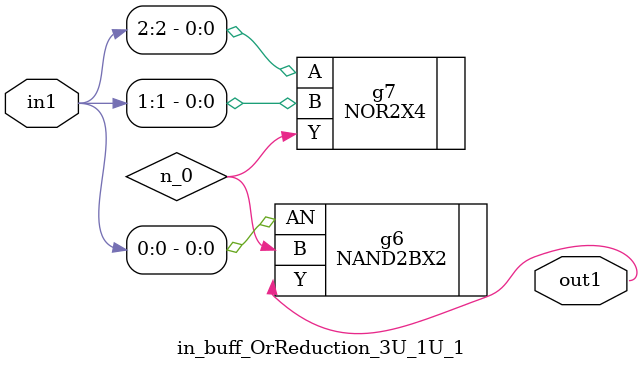
<source format=v>
`timescale 1ps / 1ps


module in_buff_OrReduction_3U_1U_1(in1, out1);
  input [2:0] in1;
  output out1;
  wire [2:0] in1;
  wire out1;
  wire n_0;
  NAND2BX2 g6(.AN (in1[0]), .B (n_0), .Y (out1));
  NOR2X4 g7(.A (in1[2]), .B (in1[1]), .Y (n_0));
endmodule



</source>
